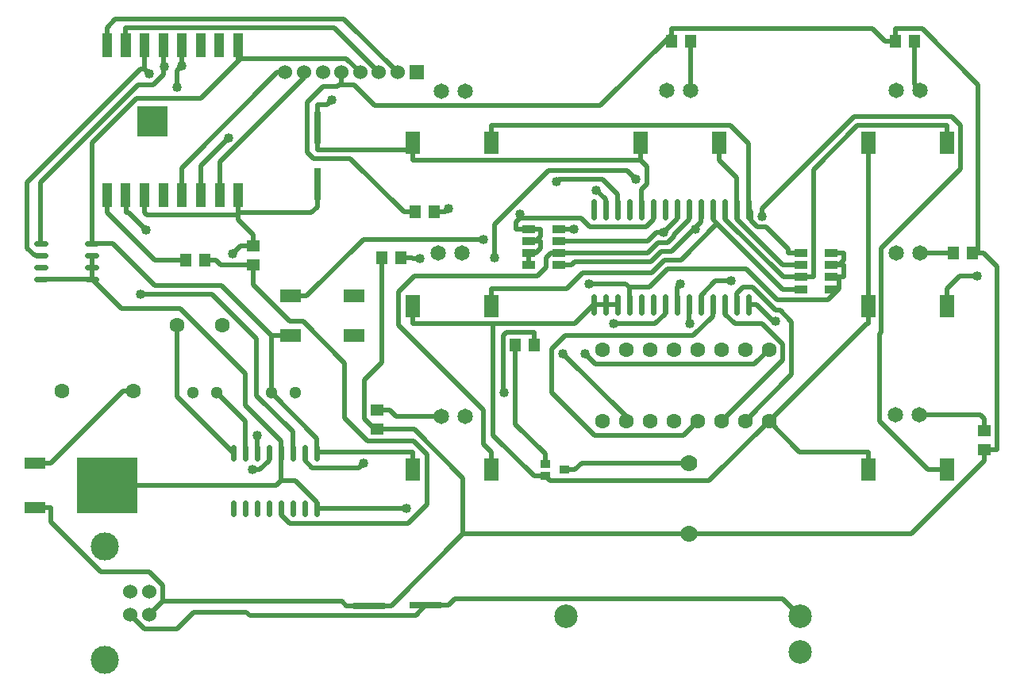
<source format=gtl>
G04 Layer: TopLayer*
G04 EasyEDA v6.2.46, 2019-11-08T21:27:59+07:00*
G04 648d43b609d64f9b9fe3d4d00a8c37d9,e5c1abbfa1e54b71a98531a1dec44753,10*
G04 Gerber Generator version 0.2*
G04 Scale: 100 percent, Rotated: No, Reflected: No *
G04 Dimensions in millimeters *
G04 leading zeros omitted , absolute positions ,3 integer and 3 decimal *
%FSLAX33Y33*%
%MOMM*%
G90*
G71D02*

%ADD11C,0.510007*%
%ADD12C,0.599999*%
%ADD13C,1.020013*%
%ADD14R,1.160018X1.450010*%
%ADD15R,1.450010X1.160018*%
%ADD16R,1.054100X0.825500*%
%ADD17R,1.375004X0.899998*%
%ADD18R,0.799998X3.499866*%
%ADD19R,3.499866X0.799998*%
%ADD20R,1.499997X2.399995*%
%ADD21R,2.250008X1.399997*%
%ADD22R,2.199996X1.199998*%
%ADD23R,6.499987X6.000013*%
%ADD24R,1.099998X2.499995*%
%ADD25R,3.199994X3.199994*%
%ADD26C,1.524000*%
%ADD27C,2.999994*%
%ADD28C,1.299997*%
%ADD29C,1.599997*%
%ADD30C,2.499995*%
%ADD31C,1.651000*%
%ADD32C,1.778000*%
%ADD33R,1.524000X1.524000*%

%LPD*%
G54D11*
G01X26797Y27609D02*
G01X26797Y29367D01*
G01X26875Y29446D01*
G01X28067Y27609D02*
G01X28067Y26763D01*
G01X27104Y25801D01*
G01X26304Y25801D01*
G01X52011Y41427D02*
G01X60711Y41427D01*
G01X62738Y43456D01*
G01X43426Y41427D02*
G01X52011Y41427D01*
G01X56357Y25120D02*
G01X52011Y29464D01*
G01X52011Y41427D01*
G01X24813Y69448D02*
G01X20812Y65448D01*
G01X13980Y65448D01*
G01X9217Y60683D01*
G01X9217Y49911D01*
G01X33268Y62336D02*
G01X33268Y64734D01*
G01X34798Y65278D02*
G01X34254Y64734D01*
G01X33268Y64734D01*
G01X67713Y58859D02*
G01X68399Y58173D01*
G01X68399Y56309D01*
G01X67818Y55727D01*
G01X67818Y53571D01*
G01X92003Y41427D02*
G01X91846Y41427D01*
G01X81407Y30988D01*
G01X33268Y59938D02*
G01X43426Y59938D01*
G01X43426Y58859D02*
G01X67713Y58859D01*
G01X43426Y59938D02*
G01X43426Y60706D01*
G01X43426Y59781D02*
G01X43426Y59938D01*
G01X33268Y62336D02*
G01X33268Y59938D01*
G01X9217Y49911D02*
G01X11463Y49911D01*
G01X15930Y45443D01*
G01X23009Y45443D01*
G01X28321Y40132D01*
G01X57531Y25120D02*
G01X56357Y25120D01*
G01X28321Y34036D02*
G01X33228Y29128D01*
G01X33228Y27691D01*
G01X13309Y10307D02*
G01X14777Y8839D01*
G01X18290Y8839D01*
G01X20071Y10619D01*
G01X25666Y10619D01*
G01X26047Y10238D01*
G01X43741Y10238D01*
G01X44810Y11308D01*
G01X24813Y69448D02*
G01X25062Y69697D01*
G01X36332Y69697D01*
G01X37830Y68199D01*
G01X24813Y71120D02*
G01X24813Y69448D01*
G01X43426Y43273D02*
G01X43426Y41427D01*
G01X92003Y43273D02*
G01X92003Y60706D01*
G01X92003Y42351D02*
G01X92003Y43273D01*
G01X92003Y42351D02*
G01X92003Y41427D01*
G01X57531Y25120D02*
G01X58056Y24594D01*
G01X75016Y24594D01*
G01X81407Y30988D01*
G01X81407Y30988D02*
G01X84703Y27691D01*
G01X92003Y27691D01*
G01X67713Y60706D02*
G01X67713Y58859D01*
G01X44810Y11308D02*
G01X47208Y11308D01*
G01X47208Y11308D02*
G01X47927Y12026D01*
G01X82864Y12026D01*
G01X84762Y10129D01*
G01X43426Y59781D02*
G01X43426Y58859D01*
G01X33228Y27691D02*
G01X43426Y27691D01*
G01X33147Y27609D02*
G01X33228Y27691D01*
G01X92003Y25844D02*
G01X92003Y27691D01*
G01X28321Y40132D02*
G01X28321Y34036D01*
G01X28321Y40132D02*
G01X28580Y40132D01*
G01X30353Y40132D02*
G01X28580Y40132D01*
G01X62738Y43456D02*
G01X64008Y43456D01*
G01X64008Y43456D02*
G01X65278Y43456D01*
G01X43426Y25844D02*
G01X43426Y27691D01*
G01X3108Y26492D02*
G01X4856Y26492D01*
G01X4856Y26492D02*
G01X12527Y34163D01*
G01X13589Y34163D01*
G01X24257Y27609D02*
G01X18249Y33616D01*
G01X18249Y41236D01*
G01X9217Y47371D02*
G01X9217Y48641D01*
G01X9217Y46101D02*
G01X9217Y47371D01*
G01X66548Y45252D02*
G01X66139Y45664D01*
G01X62217Y45664D01*
G01X66548Y45252D02*
G01X68646Y45252D01*
G01X70617Y47226D01*
G01X78999Y47226D01*
G01X82257Y43967D01*
G01X87734Y43967D01*
G01X88831Y45064D01*
G01X66548Y43456D02*
G01X66548Y45252D01*
G01X54843Y52664D02*
G01X54419Y52237D01*
G01X54419Y51490D01*
G01X69088Y53571D02*
G01X69088Y52506D01*
G01X68290Y51709D01*
G01X62334Y51709D01*
G01X61379Y52664D01*
G01X54843Y52664D01*
G01X54841Y53040D02*
G01X54843Y53035D01*
G01X54843Y52664D01*
G01X24193Y48826D02*
G01X25024Y49657D01*
G01X26416Y49657D01*
G01X56085Y50200D02*
G01X55753Y50200D01*
G01X56085Y50200D02*
G01X56421Y50200D01*
G01X3736Y46101D02*
G01X9217Y46101D01*
G01X56085Y48915D02*
G01X55753Y48582D01*
G01X55753Y47625D01*
G01X56085Y48915D02*
G01X56421Y48915D01*
G01X55753Y48915D02*
G01X56085Y48915D01*
G01X88831Y45064D02*
G01X88889Y45123D01*
G01X88889Y46355D01*
G01X88082Y45064D02*
G01X88831Y45064D01*
G01X29337Y27609D02*
G01X29337Y28879D01*
G01X25527Y32689D01*
G01X25527Y36057D01*
G01X18600Y42984D01*
G01X12334Y42984D01*
G01X9217Y46101D01*
G01X55753Y51490D02*
G01X54419Y51490D01*
G01X24820Y53223D02*
G01X32616Y53223D01*
G01X33279Y53883D01*
G01X42765Y21666D02*
G01X33147Y21666D01*
G01X29337Y24638D02*
G01X30899Y24638D01*
G01X33147Y22390D01*
G01X33147Y21666D01*
G01X88851Y47640D02*
G01X88082Y47640D01*
G01X89415Y48930D02*
G01X89415Y48204D01*
G01X88851Y47640D01*
G01X88851Y47640D02*
G01X89415Y47640D01*
G01X88082Y48930D02*
G01X89415Y48930D01*
G01X88750Y46355D02*
G01X88889Y46355D01*
G01X88889Y46355D02*
G01X89415Y46355D01*
G01X88082Y46355D02*
G01X88750Y46355D01*
G01X89415Y47640D02*
G01X89415Y46355D01*
G01X56560Y50200D02*
G01X57086Y50726D01*
G01X57086Y51490D01*
G01X56421Y50200D02*
G01X56560Y50200D01*
G01X56560Y50200D02*
G01X57086Y50200D01*
G01X55753Y51490D02*
G01X57086Y51490D01*
G01X56421Y48915D02*
G01X56565Y48915D01*
G01X57086Y49436D01*
G01X57086Y50200D01*
G01X24820Y53223D02*
G01X24820Y52999D01*
G01X24820Y55118D02*
G01X24820Y53223D01*
G01X33279Y56281D02*
G01X33279Y53883D01*
G01X29337Y24638D02*
G01X29337Y27609D01*
G01X10861Y24130D02*
G01X28829Y24130D01*
G01X29337Y24638D01*
G01X24820Y52999D02*
G01X24820Y52478D01*
G01X26416Y50883D01*
G01X14820Y53223D02*
G01X15044Y52999D01*
G01X24820Y52999D01*
G01X14820Y55120D02*
G01X14820Y53223D01*
G01X26416Y49657D02*
G01X26416Y50883D01*
G01X12827Y55118D02*
G01X12827Y53220D01*
G01X12827Y53220D02*
G01X13116Y53220D01*
G01X14991Y51348D01*
G01X73499Y51569D02*
G01X71033Y49100D01*
G01X69938Y49100D01*
G01X68798Y47960D01*
G01X60670Y47960D01*
G01X60332Y47625D01*
G01X73499Y51569D02*
G01X73583Y51485D01*
G01X74168Y53571D02*
G01X74168Y52235D01*
G01X73499Y51569D01*
G01X100403Y43273D02*
G01X100403Y45123D01*
G01X103647Y46471D02*
G01X101754Y46471D01*
G01X100403Y45123D01*
G01X58999Y47625D02*
G01X60332Y47625D01*
G01X72898Y53571D02*
G01X72898Y52453D01*
G01X71330Y50886D01*
G01X71330Y50680D01*
G01X70652Y50002D01*
G01X69565Y50002D01*
G01X68478Y48915D01*
G01X58999Y48915D01*
G01X51826Y25844D02*
G01X51826Y27691D01*
G01X51826Y27691D02*
G01X50970Y28547D01*
G01X50970Y32133D01*
G01X41894Y41206D01*
G01X41894Y44767D01*
G01X43568Y46441D01*
G01X56702Y46441D01*
G01X57650Y47388D01*
G01X57650Y48409D01*
G01X58155Y48915D01*
G01X58999Y48915D01*
G01X18816Y68945D02*
G01X18247Y68376D01*
G01X18247Y66603D01*
G01X18816Y71120D02*
G01X18816Y68945D01*
G01X60629Y51485D02*
G01X60337Y51485D01*
G01X60332Y51490D01*
G01X58999Y51490D02*
G01X60332Y51490D01*
G01X56388Y40487D02*
G01X53451Y40487D01*
G01X53080Y40116D01*
G01X53080Y34109D01*
G01X53185Y34005D01*
G01X56388Y39116D02*
G01X56388Y40487D01*
G01X79248Y43456D02*
G01X80103Y43456D01*
G01X81912Y41648D01*
G01X82125Y41648D01*
G01X72898Y43456D02*
G01X72898Y41417D01*
G01X72953Y41361D01*
G01X74168Y43456D02*
G01X74168Y44396D01*
G01X75730Y45958D01*
G01X77383Y45958D01*
G01X75438Y43456D02*
G01X75438Y42189D01*
G01X73350Y40098D01*
G01X59695Y40098D01*
G01X58277Y38681D01*
G01X58277Y34051D01*
G01X62849Y29479D01*
G01X72278Y29479D01*
G01X73787Y30988D01*
G01X32125Y44333D02*
G01X38196Y50403D01*
G01X50985Y50403D01*
G01X30353Y44333D02*
G01X32125Y44333D01*
G01X61765Y38221D02*
G01X62915Y37071D01*
G01X79870Y37071D01*
G01X81407Y38608D01*
G01X25527Y27609D02*
G01X25527Y30988D01*
G01X22479Y34036D01*
G01X35829Y66895D02*
G01X37134Y66895D01*
G01X39377Y64650D01*
G01X63456Y64650D01*
G01X70993Y72186D01*
G01X42461Y53340D02*
G01X36763Y59037D01*
G01X32842Y59037D01*
G01X32161Y59717D01*
G01X32161Y65044D01*
G01X33832Y66715D01*
G01X35354Y66715D01*
G01X35532Y66895D01*
G01X35829Y66895D01*
G01X35829Y66895D02*
G01X35829Y68199D01*
G01X94869Y71501D02*
G01X94869Y72872D01*
G01X103738Y48895D02*
G01X103738Y66916D01*
G01X97782Y72872D01*
G01X94869Y72872D01*
G01X103738Y48895D02*
G01X104350Y48895D01*
G01X103124Y48895D02*
G01X103738Y48895D01*
G01X43688Y53340D02*
G01X42461Y53340D01*
G01X40132Y47701D02*
G01X40132Y48387D01*
G01X40132Y47701D02*
G01X40132Y47015D01*
G01X40132Y47015D02*
G01X40132Y37249D01*
G01X38252Y35369D01*
G01X38252Y31229D01*
G01X39382Y30099D01*
G01X39624Y30099D01*
G01X70993Y72186D02*
G01X70993Y72872D01*
G01X70993Y71501D02*
G01X70993Y72186D01*
G01X38755Y11297D02*
G01X36357Y11297D01*
G01X16776Y11775D02*
G01X35882Y11775D01*
G01X36357Y11297D01*
G01X48788Y18933D02*
G01X48788Y24917D01*
G01X43604Y30099D01*
G01X39624Y30099D01*
G01X16776Y11775D02*
G01X15308Y10307D01*
G01X4861Y21767D02*
G01X4861Y20238D01*
G01X10182Y14917D01*
G01X15328Y14917D01*
G01X16776Y13469D01*
G01X16776Y11775D01*
G01X39954Y11297D02*
G01X38755Y11297D01*
G01X39954Y11297D02*
G01X41153Y11297D01*
G01X93809Y71501D02*
G01X92435Y72872D01*
G01X70993Y72872D01*
G01X94869Y71501D02*
G01X93809Y71501D01*
G01X104394Y27940D02*
G01X105765Y27940D01*
G01X104350Y48895D02*
G01X105765Y47480D01*
G01X105765Y27940D01*
G01X48788Y18933D02*
G01X41153Y11297D01*
G01X72898Y18933D02*
G01X48788Y18933D01*
G01X104394Y27940D02*
G01X104394Y26713D01*
G01X104394Y26713D02*
G01X96613Y18933D01*
G01X72898Y18933D01*
G01X3114Y21767D02*
G01X4861Y21767D01*
G01X19177Y48133D02*
G01X15902Y48133D01*
G01X10815Y53220D01*
G01X10815Y55118D02*
G01X10815Y53220D01*
G01X83502Y48930D02*
G01X83502Y49316D01*
G01X81107Y51711D01*
G01X80187Y51711D01*
G01X79509Y52390D01*
G01X79509Y53309D01*
G01X79248Y53571D01*
G01X79248Y53571D02*
G01X79248Y60576D01*
G01X77271Y62552D01*
G01X51826Y62552D01*
G01X51826Y60706D02*
G01X51826Y62552D01*
G01X84836Y48930D02*
G01X83502Y48930D01*
G01X100403Y60706D02*
G01X100403Y62552D01*
G01X84836Y46355D02*
G01X86169Y46355D01*
G01X86169Y46355D02*
G01X86169Y57863D01*
G01X90858Y62552D01*
G01X100403Y62552D01*
G01X76708Y53571D02*
G01X76708Y52583D01*
G01X82936Y46355D01*
G01X84836Y46355D01*
G01X52176Y48404D02*
G01X52176Y52011D01*
G01X57912Y57746D01*
G01X66286Y57746D01*
G01X67243Y56789D01*
G01X71628Y43456D02*
G01X71628Y45323D01*
G01X71927Y45623D01*
G01X59441Y38209D02*
G01X66167Y31483D01*
G01X66167Y30988D01*
G01X38160Y26466D02*
G01X37670Y25976D01*
G01X32715Y25976D01*
G01X31877Y26812D01*
G01X31877Y27609D01*
G01X12816Y71120D02*
G01X12816Y73017D01*
G01X39829Y68199D02*
G01X35011Y73019D01*
G01X12816Y73019D01*
G01X12816Y73017D01*
G01X26416Y47625D02*
G01X25044Y47625D01*
G01X25044Y47625D02*
G01X22943Y47625D01*
G01X22435Y48133D01*
G01X26416Y47625D02*
G01X26416Y45529D01*
G01X30335Y41610D01*
G01X31729Y41610D01*
G01X36189Y37150D01*
G01X36189Y31295D01*
G01X38613Y28872D01*
G01X43555Y28872D01*
G01X44970Y27457D01*
G01X44970Y22123D01*
G01X42895Y20045D01*
G01X30269Y20045D01*
G01X29337Y20977D01*
G01X29337Y21666D01*
G01X21209Y48133D02*
G01X22435Y48133D01*
G01X58999Y50200D02*
G01X68486Y50200D01*
G01X69446Y51160D01*
G01X70175Y51160D01*
G01X70175Y51160D02*
G01X71628Y52613D01*
G01X71628Y53571D01*
G01X100403Y25844D02*
G01X98381Y25844D01*
G01X93207Y31018D01*
G01X93207Y40294D01*
G01X93398Y40487D01*
G01X93398Y49453D01*
G01X101828Y57884D01*
G01X101828Y62575D01*
G01X100949Y63454D01*
G01X90477Y63454D01*
G01X80665Y53644D01*
G01X80665Y52870D01*
G01X76708Y43456D02*
G01X76708Y42453D01*
G01X77774Y41386D01*
G01X80678Y41386D01*
G01X82867Y39194D01*
G01X82867Y37528D01*
G01X76327Y30988D01*
G01X77978Y43456D02*
G01X77978Y44584D01*
G01X78648Y45252D01*
G01X79695Y45252D01*
G01X82141Y42804D01*
G01X82603Y42804D01*
G01X83840Y41569D01*
G01X83840Y35961D01*
G01X78867Y30988D01*
G01X65278Y53571D02*
G01X65278Y55209D01*
G01X63647Y56840D01*
G01X59019Y56840D01*
G01X58742Y56563D01*
G01X14813Y68539D02*
G01X15288Y68064D01*
G01X14813Y69225D02*
G01X14813Y68539D01*
G01X3736Y48641D02*
G01X3091Y48641D01*
G01X2283Y49448D01*
G01X2283Y56471D01*
G01X14353Y68539D01*
G01X14813Y68539D01*
G01X14813Y71122D02*
G01X14813Y69225D01*
G01X59563Y25781D02*
G01X60736Y25781D01*
G01X72898Y26532D02*
G01X61488Y26532D01*
G01X60736Y25781D01*
G01X54356Y39116D02*
G01X54356Y30675D01*
G01X57531Y27500D01*
G01X57531Y26441D02*
G01X57531Y27500D01*
G01X76113Y58859D02*
G01X77978Y56995D01*
G01X77978Y53571D01*
G01X76113Y60706D02*
G01X76113Y58859D01*
G01X84836Y47640D02*
G01X82925Y47640D01*
G01X77978Y52588D01*
G01X77978Y53571D01*
G01X75897Y52085D02*
G01X72011Y48199D01*
G01X70312Y48199D01*
G01X68935Y46819D01*
G01X61539Y46819D01*
G01X59839Y45123D01*
G01X51826Y45123D01*
G01X75897Y52085D02*
G01X75438Y52547D01*
G01X75438Y53571D01*
G01X83502Y45064D02*
G01X82920Y45064D01*
G01X75897Y52085D01*
G01X51826Y43273D02*
G01X51826Y45123D01*
G01X84836Y45064D02*
G01X83502Y45064D01*
G01X42164Y48387D02*
G01X43390Y48387D01*
G01X44231Y48326D02*
G01X43454Y48326D01*
G01X43390Y48387D01*
G01X73025Y66294D02*
G01X73025Y66294D01*
G01X73025Y71501D01*
G01X97536Y66294D02*
G01X96901Y66929D01*
G01X96901Y71501D01*
G01X46946Y53340D02*
G01X46946Y53360D01*
G01X47233Y53647D01*
G01X45720Y53340D02*
G01X46946Y53340D01*
G01X97536Y48895D02*
G01X101092Y48895D01*
G01X39624Y32131D02*
G01X40995Y32131D01*
G01X46482Y31496D02*
G01X41630Y31496D01*
G01X40995Y32131D01*
G01X104394Y29972D02*
G01X104394Y31198D01*
G01X97409Y31623D02*
G01X103969Y31623D01*
G01X104394Y31198D01*
G01X70358Y43456D02*
G01X70358Y42433D01*
G01X69283Y41358D01*
G01X64856Y41358D01*
G01X16814Y68869D02*
G01X16814Y67952D01*
G01X15768Y66908D01*
G01X14165Y66908D01*
G01X3736Y56479D01*
G01X3736Y49911D01*
G01X16814Y68869D02*
G01X16939Y68869D01*
G01X63014Y55646D02*
G01X64008Y54653D01*
G01X64008Y53571D01*
G01X16814Y69225D02*
G01X16814Y68869D01*
G01X16814Y71120D02*
G01X16814Y69225D01*
G01X14351Y44538D02*
G01X21983Y44538D01*
G01X26748Y39776D01*
G01X26748Y33703D01*
G01X30607Y29845D01*
G01X30607Y27609D01*
G01X10815Y73017D02*
G01X11719Y73921D01*
G01X36108Y73921D01*
G01X41831Y68199D01*
G01X10815Y71120D02*
G01X10815Y73017D01*
G01X18823Y55118D02*
G01X18823Y58033D01*
G01X28989Y68199D01*
G01X29829Y68199D01*
G01X23774Y61229D02*
G01X20820Y58275D01*
G01X20820Y57015D01*
G01X20820Y55118D02*
G01X20820Y57015D01*
G01X31831Y68199D02*
G01X31831Y67650D01*
G01X22824Y58643D01*
G01X22824Y55118D01*
G54D12*
G01X4197Y49911D02*
G01X3277Y49911D01*
G01X4197Y48641D02*
G01X3277Y48641D01*
G01X4197Y47371D02*
G01X3277Y47371D01*
G01X4197Y46101D02*
G01X3277Y46101D01*
G01X9676Y49911D02*
G01X8756Y49911D01*
G01X9676Y48641D02*
G01X8756Y48641D01*
G01X9676Y47371D02*
G01X8756Y47371D01*
G01X9676Y46101D02*
G01X8756Y46101D01*
G01X79248Y54421D02*
G01X79248Y52721D01*
G01X77978Y54421D02*
G01X77978Y52721D01*
G01X76708Y54421D02*
G01X76708Y52721D01*
G01X75438Y54421D02*
G01X75438Y52721D01*
G01X74168Y54421D02*
G01X74168Y52721D01*
G01X72898Y54421D02*
G01X72898Y52721D01*
G01X71628Y54421D02*
G01X71628Y52721D01*
G01X70358Y54421D02*
G01X70358Y52721D01*
G01X69088Y54421D02*
G01X69088Y52721D01*
G01X67818Y54421D02*
G01X67818Y52721D01*
G01X66548Y54421D02*
G01X66548Y52721D01*
G01X65278Y54421D02*
G01X65278Y52721D01*
G01X64008Y54421D02*
G01X64008Y52721D01*
G01X62738Y54421D02*
G01X62738Y52721D01*
G01X79248Y44306D02*
G01X79248Y42606D01*
G01X77978Y44306D02*
G01X77978Y42606D01*
G01X76708Y44306D02*
G01X76708Y42606D01*
G01X75438Y44306D02*
G01X75438Y42606D01*
G01X74168Y44306D02*
G01X74168Y42606D01*
G01X72898Y44306D02*
G01X72898Y42606D01*
G01X71628Y44306D02*
G01X71628Y42606D01*
G01X70358Y44306D02*
G01X70358Y42606D01*
G01X69088Y44306D02*
G01X69088Y42606D01*
G01X67818Y44306D02*
G01X67818Y42606D01*
G01X66548Y44306D02*
G01X66548Y42606D01*
G01X65278Y44306D02*
G01X65278Y42606D01*
G01X64008Y44306D02*
G01X64008Y42606D01*
G01X62738Y44306D02*
G01X62738Y42606D01*
G01X24257Y22266D02*
G01X24257Y21066D01*
G01X25527Y22266D02*
G01X25527Y21066D01*
G01X26797Y22266D02*
G01X26797Y21066D01*
G01X28067Y22266D02*
G01X28067Y21066D01*
G01X29337Y22266D02*
G01X29337Y21066D01*
G01X30607Y22266D02*
G01X30607Y21066D01*
G01X31877Y22266D02*
G01X31877Y21066D01*
G01X33147Y22266D02*
G01X33147Y21066D01*
G01X24257Y28209D02*
G01X24257Y27009D01*
G01X25527Y28209D02*
G01X25527Y27009D01*
G01X26797Y28209D02*
G01X26797Y27009D01*
G01X28067Y28209D02*
G01X28067Y27009D01*
G01X29337Y28209D02*
G01X29337Y27009D01*
G01X30607Y28209D02*
G01X30607Y27009D01*
G01X31877Y28209D02*
G01X31877Y27009D01*
G01X33147Y28209D02*
G01X33147Y27009D01*
G54D14*
G01X19177Y48133D03*
G01X21209Y48133D03*
G54D15*
G01X26416Y47625D03*
G01X26416Y49657D03*
G54D16*
G01X59563Y25781D03*
G01X57531Y25120D03*
G01X57531Y26441D03*
G54D17*
G01X84836Y48930D03*
G01X84836Y47640D03*
G01X84836Y46355D03*
G01X84836Y45064D03*
G01X88082Y45064D03*
G01X88082Y46355D03*
G01X88082Y47640D03*
G01X88082Y48930D03*
G01X58999Y47625D03*
G01X58999Y48915D03*
G01X58999Y50200D03*
G01X58999Y51490D03*
G01X55753Y51490D03*
G01X55753Y50200D03*
G01X55753Y48915D03*
G01X55753Y47625D03*
G54D14*
G01X56388Y39116D03*
G01X54356Y39116D03*
G54D18*
G01X33279Y56281D03*
G01X33268Y62336D03*
G54D19*
G01X38755Y11297D03*
G01X44810Y11308D03*
G54D14*
G01X42164Y48387D03*
G01X40132Y48387D03*
G01X73025Y71501D03*
G01X70993Y71501D03*
G01X96901Y71501D03*
G01X94869Y71501D03*
G01X45720Y53340D03*
G01X43688Y53340D03*
G01X101092Y48895D03*
G01X103124Y48895D03*
G54D15*
G01X39624Y32131D03*
G01X39624Y30099D03*
G01X104394Y29972D03*
G01X104394Y27940D03*
G54D20*
G01X43425Y60706D03*
G01X51824Y60706D03*
G01X67713Y60706D03*
G01X76113Y60706D03*
G01X92002Y60706D03*
G01X100402Y60706D03*
G01X43425Y43275D03*
G01X51824Y43275D03*
G01X92002Y25844D03*
G01X100402Y25844D03*
G01X43425Y25844D03*
G01X51824Y25844D03*
G01X92002Y43275D03*
G01X100402Y43275D03*
G54D21*
G01X30353Y44332D03*
G01X37153Y44332D03*
G01X30353Y40132D03*
G01X37153Y40132D03*
G54D22*
G01X3114Y21767D03*
G01X3108Y26492D03*
G54D23*
G01X10861Y24130D03*
G54D24*
G01X10815Y55118D03*
G01X12826Y55118D03*
G01X14819Y55120D03*
G01X16828Y55119D03*
G01X18824Y55118D03*
G01X20820Y55119D03*
G01X22824Y55118D03*
G01X24820Y55119D03*
G01X10815Y71120D03*
G36*
G01X12265Y69870D02*
G01X12265Y72369D01*
G01X13365Y72369D01*
G01X13365Y69870D01*
G01X12265Y69870D01*
G37*
G01X14814Y71122D03*
G01X16813Y71121D03*
G01X18815Y71120D03*
G01X20815Y71121D03*
G01X22815Y71120D03*
G01X24813Y71120D03*
G54D25*
G01X15641Y62992D03*
G54D26*
G01X15309Y10307D03*
G01X15309Y12806D03*
G01X13309Y12806D03*
G01X13309Y10307D03*
G54D27*
G01X10599Y5536D03*
G01X10599Y17577D03*
G54D28*
G01X28321Y34036D03*
G01X30861Y34036D03*
G01X19939Y34036D03*
G01X22479Y34036D03*
G54D29*
G01X23151Y41237D03*
G01X18250Y41237D03*
G54D30*
G01X84763Y10130D03*
G01X84763Y6379D03*
G01X59763Y10130D03*
G54D31*
G01X46482Y66167D03*
G01X49022Y66167D03*
G01X73025Y66294D03*
G01X70485Y66294D03*
G01X97536Y66294D03*
G01X94996Y66294D03*
G01X46101Y48895D03*
G01X48641Y48895D03*
G01X97536Y48895D03*
G01X94996Y48895D03*
G01X46482Y31496D03*
G01X49022Y31496D03*
G01X97409Y31623D03*
G01X94869Y31623D03*
G54D29*
G01X13589Y34163D03*
G01X5969Y34163D03*
G01X63627Y30988D03*
G01X66167Y30988D03*
G01X68707Y30988D03*
G01X71247Y30988D03*
G01X73787Y30988D03*
G01X76327Y30988D03*
G01X78867Y30988D03*
G01X81407Y30988D03*
G01X81407Y38608D03*
G01X78867Y38608D03*
G01X76327Y38608D03*
G01X73787Y38608D03*
G01X71247Y38608D03*
G01X68707Y38608D03*
G01X66167Y38608D03*
G01X63627Y38608D03*
G54D32*
G01X72898Y18933D03*
G01X72898Y26532D03*
G54D26*
G01X31830Y68199D03*
G01X33830Y68199D03*
G01X35830Y68199D03*
G01X37829Y68199D03*
G01X39829Y68199D03*
G01X41829Y68199D03*
G54D33*
G01X43829Y68199D03*
G54D26*
G01X29830Y68199D03*
G54D13*
G01X26875Y29446D03*
G01X26304Y25801D03*
G01X34798Y65278D03*
G01X62217Y45664D03*
G01X54841Y53040D03*
G01X24193Y48826D03*
G01X42765Y21666D03*
G01X14991Y51348D03*
G01X103647Y46471D03*
G01X73583Y51485D03*
G01X18247Y66603D03*
G01X60629Y51485D03*
G01X18816Y68945D03*
G01X53185Y34005D03*
G01X82125Y41648D03*
G01X72953Y41361D03*
G01X77383Y45958D03*
G01X61765Y38221D03*
G01X50985Y50403D03*
G01X59441Y38209D03*
G01X52176Y48404D03*
G01X67243Y56789D03*
G01X71927Y45623D03*
G01X38160Y26466D03*
G01X70175Y51160D03*
G01X80665Y52870D03*
G01X58742Y56563D03*
G01X15288Y68064D03*
G01X44231Y48326D03*
G01X47233Y53647D03*
G01X64856Y41358D03*
G01X63014Y55646D03*
G01X16939Y68869D03*
G01X14351Y44538D03*
G01X23774Y61229D03*
M00*
M02*

</source>
